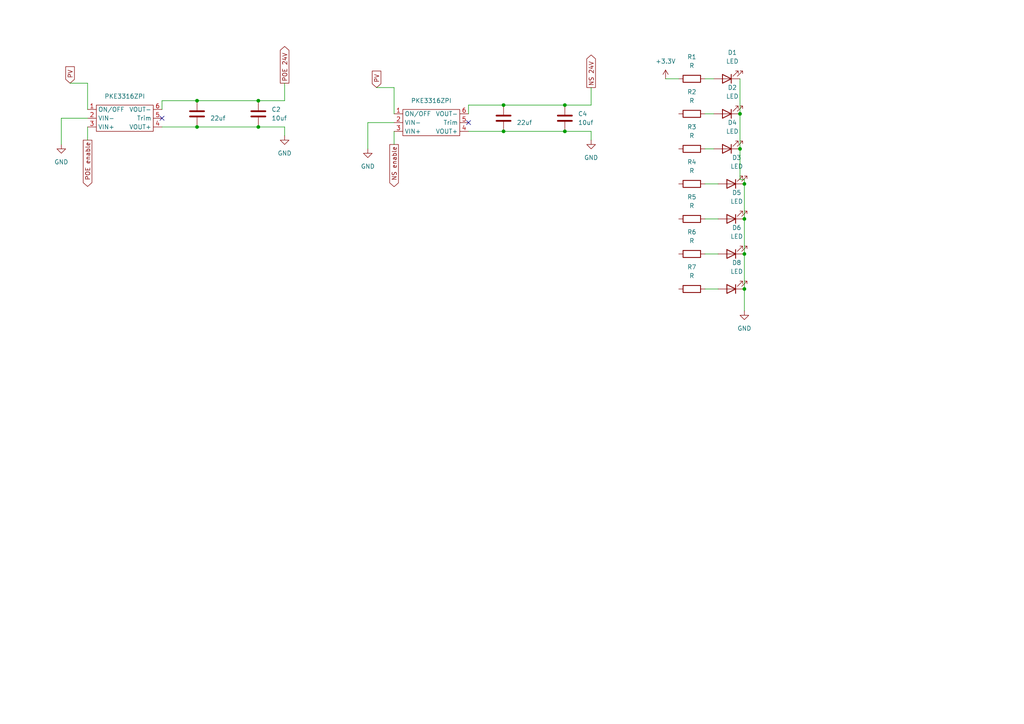
<source format=kicad_sch>
(kicad_sch (version 20231120) (generator "eeschema") (generator_version "8.0")
  (paper "A4")
  (lib_symbols
    (symbol "Device:C" (pin_numbers hide) (pin_names (offset 0.254))
      (property "Reference" "C" (at 0.635 2.54 0))
      (property "Value" "C" (at 0.635 -2.54 0))
      (symbol "C_0_1"
        (polyline (pts (xy -2.032 -0.762) (xy 2.032 -0.762)) (stroke (width 0.508)))
        (polyline (pts (xy -2.032 0.762) (xy 2.032 0.762)) (stroke (width 0.508)))
      )
      (symbol "C_1_1"
        (pin passive line (at 0 3.81 270) (length 2.794) (name "~") (number "1"))
        (pin passive line (at 0 -3.81 90) (length 2.794) (name "~") (number "2"))
      )
    )
    (symbol "Device:LED" (pin_numbers hide) (pin_names (offset 1.016) hide)
      (property "Reference" "D" (at 0 2.54 0))
      (property "Value" "LED" (at 0 -2.54 0))
      (symbol "LED_0_1"
        (polyline (pts (xy -1.27 -1.27) (xy -1.27 1.27)) (stroke (width 0.254)))
        (polyline (pts (xy -1.27 0) (xy 1.27 0)))
        (polyline (pts (xy 1.27 -1.27) (xy 1.27 1.27) (xy -1.27 0) (xy 1.27 -1.27)) (stroke (width 0.254)))
        (polyline (pts (xy -3.048 -0.762) (xy -4.572 -2.286) (xy -3.81 -2.286) (xy -4.572 -2.286) (xy -4.572 -1.524)))
        (polyline (pts (xy -1.778 -0.762) (xy -3.302 -2.286) (xy -2.54 -2.286) (xy -3.302 -2.286) (xy -3.302 -1.524)))
      )
      (symbol "LED_1_1"
        (pin passive line (at -3.81 0 0) (length 2.54) (name "K") (number "1"))
        (pin passive line (at 3.81 0 180) (length 2.54) (name "A") (number "2"))
      )
    )
    (symbol "Device:R" (pin_numbers hide) (pin_names (offset 0))
      (property "Reference" "R" (at 2.032 0 90))
      (property "Value" "R" (at 0 0 90))
      (symbol "R_0_1"
        (rectangle (start -1.016 -2.54) (end 1.016 2.54) (stroke (width 0.254)))
      )
      (symbol "R_1_1"
        (pin passive line (at 0 3.81 270) (length 1.27) (name "~") (number "1"))
        (pin passive line (at 0 -3.81 90) (length 1.27) (name "~") (number "2"))
      )
    )
    (symbol "MRDT_Devices:PKE3316ZPI"
      (property "Value" "PKE3316ZPI" (at 3.81 3.81 0))
      (symbol "PKE3316ZPI_0_1"
        (rectangle (start -2.54 2.54) (end 13.97 -5.08))
      )
      (symbol "PKE3316ZPI_1_1"
        (pin input line (at -5.08 1.27 0) (length 2.54) (name "ON/OFF") (number "1"))
        (pin input line (at -5.08 -1.27 0) (length 2.54) (name "VIN-") (number "2"))
        (pin input line (at -5.08 -3.81 0) (length 2.54) (name "VIN+") (number "3"))
        (pin output line (at 16.51 -3.81 180) (length 2.54) (name "VOUT+") (number "4"))
        (pin input line (at 16.51 -1.27 180) (length 2.54) (name "Trim") (number "5"))
        (pin output line (at 16.51 1.27 180) (length 2.54) (name "VOUT-") (number "6"))
      )
    )
    (symbol "power:+3.3V" (power) (pin_numbers hide) (pin_names (offset 0) hide)
      (property "Value" "+3.3V" (at 0 3.556 0))
      (symbol "+3.3V_0_1"
        (polyline (pts (xy -0.762 1.27) (xy 0 2.54)))
        (polyline (pts (xy 0 0) (xy 0 2.54)))
        (polyline (pts (xy 0 2.54) (xy 0.762 1.27)))
      )
      (symbol "+3.3V_1_1"
        (pin power_in line (at 0 0 90) (length 0) (name "~") (number "1"))
      )
    )
    (symbol "power:GND" (power) (pin_numbers hide) (pin_names (offset 0) hide)
      (property "Value" "GND" (at 0 -3.81 0))
      (symbol "GND_0_1"
        (polyline (pts (xy 0 0) (xy 0 -1.27) (xy 1.27 -1.27) (xy 0 -2.54) (xy -1.27 -1.27) (xy 0 -1.27)))
      )
      (symbol "GND_1_1"
        (pin power_in line (at 0 0 270) (length 0) (name "~") (number "1"))
      )
    )
  )
  (junction (at 163.83 38.1))
  (junction (at 74.93 36.83))
  (junction (at 215.9 73.66))
  (junction (at 215.9 53.34))
  (junction (at 146.05 30.48))
  (junction (at 214.63 43.18))
  (junction (at 163.83 30.48))
  (junction (at 215.9 83.82))
  (junction (at 74.93 29.21))
  (junction (at 215.9 63.5))
  (junction (at 57.15 29.21))
  (junction (at 57.15 36.83))
  (junction (at 214.63 33.02))
  (junction (at 146.05 38.1))
  (no_connect (at 46.99 34.29))
  (no_connect (at 135.89 35.56))
  (wire (pts (xy 109.22 25.4) (xy 114.3 25.4)))
  (wire (pts (xy 17.78 41.91) (xy 17.78 34.29)))
  (wire (pts (xy 214.63 43.18) (xy 214.63 52.07)))
  (wire (pts (xy 208.28 53.34) (xy 204.47 53.34)))
  (wire (pts (xy 46.99 36.83) (xy 57.15 36.83)))
  (wire (pts (xy 215.9 63.5) (xy 215.9 73.66)))
  (wire (pts (xy 214.63 22.86) (xy 214.63 33.02)))
  (wire (pts (xy 207.01 22.86) (xy 204.47 22.86)))
  (wire (pts (xy 57.15 36.83) (xy 74.93 36.83)))
  (wire (pts (xy 215.9 83.82) (xy 215.9 90.17)))
  (wire (pts (xy 146.05 30.48) (xy 163.83 30.48)))
  (wire (pts (xy 163.83 30.48) (xy 171.45 30.48)))
  (wire (pts (xy 146.05 30.48) (xy 135.89 30.48)))
  (wire (pts (xy 114.3 38.1) (xy 114.3 41.91)))
  (wire (pts (xy 74.93 29.21) (xy 82.55 29.21)))
  (wire (pts (xy 135.89 30.48) (xy 135.89 33.02)))
  (wire (pts (xy 171.45 38.1) (xy 163.83 38.1)))
  (wire (pts (xy 82.55 29.21) (xy 82.55 24.13)))
  (wire (pts (xy 171.45 40.64) (xy 171.45 38.1)))
  (wire (pts (xy 57.15 29.21) (xy 46.99 29.21)))
  (wire (pts (xy 46.99 29.21) (xy 46.99 31.75)))
  (wire (pts (xy 214.63 33.02) (xy 214.63 43.18)))
  (wire (pts (xy 215.9 53.34) (xy 215.9 63.5)))
  (wire (pts (xy 82.55 36.83) (xy 74.93 36.83)))
  (wire (pts (xy 20.32 24.13) (xy 25.4 24.13)))
  (wire (pts (xy 207.01 43.18) (xy 204.47 43.18)))
  (wire (pts (xy 207.01 33.02) (xy 204.47 33.02)))
  (wire (pts (xy 215.9 52.07) (xy 215.9 53.34)))
  (wire (pts (xy 82.55 39.37) (xy 82.55 36.83)))
  (wire (pts (xy 114.3 25.4) (xy 114.3 33.02)))
  (wire (pts (xy 17.78 34.29) (xy 25.4 34.29)))
  (wire (pts (xy 214.63 52.07) (xy 215.9 52.07)))
  (wire (pts (xy 25.4 36.83) (xy 25.4 40.64)))
  (wire (pts (xy 106.68 43.18) (xy 106.68 35.56)))
  (wire (pts (xy 208.28 73.66) (xy 204.47 73.66)))
  (wire (pts (xy 171.45 30.48) (xy 171.45 25.4)))
  (wire (pts (xy 106.68 35.56) (xy 114.3 35.56)))
  (wire (pts (xy 215.9 73.66) (xy 215.9 83.82)))
  (wire (pts (xy 196.85 22.86) (xy 193.04 22.86)))
  (wire (pts (xy 208.28 83.82) (xy 204.47 83.82)))
  (wire (pts (xy 146.05 38.1) (xy 163.83 38.1)))
  (wire (pts (xy 25.4 24.13) (xy 25.4 31.75)))
  (wire (pts (xy 57.15 29.21) (xy 74.93 29.21)))
  (wire (pts (xy 208.28 63.5) (xy 204.47 63.5)))
  (wire (pts (xy 135.89 38.1) (xy 146.05 38.1)))
  (global_label "POE 24V" (shape output) (at 82.55 24.13 90) (property "Intersheetrefs" "${INTERSHEET_REFS}" (effects (hide yes))))
  (global_label "POE enable" (shape output) (at 25.4 40.64 270) (property "Intersheetrefs" "${INTERSHEET_REFS}" (effects (hide yes))))
  (global_label "NS enable" (shape output) (at 114.3 41.91 270) (property "Intersheetrefs" "${INTERSHEET_REFS}" (effects (hide yes))))
  (global_label "PV" (shape input) (at 109.22 25.4 90) (property "Intersheetrefs" "${INTERSHEET_REFS}" (effects (hide yes))))
  (global_label "NS 24V" (shape output) (at 171.45 25.4 90) (property "Intersheetrefs" "${INTERSHEET_REFS}" (effects (hide yes))))
  (global_label "PV" (shape input) (at 20.32 24.13 90) (property "Intersheetrefs" "${INTERSHEET_REFS}" (effects (hide yes))))
  (symbol (lib_id "Device:R") (at 200.66 63.5 90) (unit 1)
    (property "Reference" "R5" (at 200.66 57.15 90))
    (property "Value" "R" (at 200.66 59.69 90))
    (property "Description" "Resistor" (effects (hide yes)))
  )
  (symbol (lib_id "Device:C") (at 57.15 33.02 0) (unit 1)
    (property "Reference" "C1" (effects (hide yes)))
    (property "Value" "22uf" (at 60.96 34.2899 0) (effects (justify left)))
    (property "Description" "Unpolarized capacitor" (effects (hide yes)))
  )
  (symbol (lib_id "power:GND") (at 171.45 40.64 0) (unit 1)
    (property "Reference" "#PWR04" (effects (hide yes)))
    (property "Value" "GND" (at 171.45 45.72 0))
    (property "Description" "Power symbol creates a global label with name \"GND\" , ground" (effects (hide yes)))
  )
  (symbol (lib_id "Device:R") (at 200.66 53.34 90) (unit 1)
    (property "Reference" "R4" (at 200.66 46.99 90))
    (property "Value" "R" (at 200.66 49.53 90))
    (property "Description" "Resistor" (effects (hide yes)))
  )
  (symbol (lib_id "Device:C") (at 146.05 34.29 0) (unit 1)
    (property "Reference" "C3" (effects (hide yes)))
    (property "Value" "22uf" (at 149.86 35.5599 0) (effects (justify left)))
    (property "Description" "Unpolarized capacitor" (effects (hide yes)))
  )
  (symbol (lib_id "power:GND") (at 17.78 41.91 0) (unit 1)
    (property "Reference" "#PWR01" (effects (hide yes)))
    (property "Value" "GND" (at 17.78 46.99 0))
    (property "Description" "Power symbol creates a global label with name \"GND\" , ground" (effects (hide yes)))
  )
  (symbol (lib_id "Device:LED") (at 210.82 43.18 180) (unit 1)
    (property "Reference" "D4" (at 212.4075 35.56 0))
    (property "Value" "LED" (at 212.4075 38.1 0))
    (property "Description" "Light emitting diode" (effects (hide yes)))
  )
  (symbol (lib_id "Device:LED") (at 212.09 73.66 180) (unit 1)
    (property "Reference" "D6" (at 213.6775 66.04 0))
    (property "Value" "LED" (at 213.6775 68.58 0))
    (property "Description" "Light emitting diode" (effects (hide yes)))
  )
  (symbol (lib_id "power:GND") (at 106.68 43.18 0) (unit 1)
    (property "Reference" "#PWR03" (effects (hide yes)))
    (property "Value" "GND" (at 106.68 48.26 0))
    (property "Description" "Power symbol creates a global label with name \"GND\" , ground" (effects (hide yes)))
  )
  (symbol (lib_id "MRDT_Devices:PKE3316ZPI") (at 30.48 33.02 0) (unit 1)
    (property "Reference" "U1" (effects (hide yes)))
    (property "Value" "PKE3316ZPI" (at 36.195 27.94 0))
    (property "Datasheet" "https://flexpowermodules.com/resources/fpm-techspec-pke3000" (effects (hide yes)))
  )
  (symbol (lib_id "Device:C") (at 74.93 33.02 0) (unit 1)
    (property "Reference" "C2" (at 78.74 31.7499 0) (effects (justify left)))
    (property "Value" "10uf" (at 78.74 34.2899 0) (effects (justify left)))
    (property "Description" "Unpolarized capacitor" (effects (hide yes)))
  )
  (symbol (lib_id "Device:R") (at 200.66 83.82 90) (unit 1)
    (property "Reference" "R7" (at 200.66 77.47 90))
    (property "Value" "R" (at 200.66 80.01 90))
    (property "Description" "Resistor" (effects (hide yes)))
  )
  (symbol (lib_id "power:GND") (at 82.55 39.37 0) (unit 1)
    (property "Reference" "#PWR02" (effects (hide yes)))
    (property "Value" "GND" (at 82.55 44.45 0))
    (property "Description" "Power symbol creates a global label with name \"GND\" , ground" (effects (hide yes)))
  )
  (symbol (lib_id "Device:LED") (at 212.09 83.82 180) (unit 1)
    (property "Reference" "D8" (at 213.6775 76.2 0))
    (property "Value" "LED" (at 213.6775 78.74 0))
    (property "Description" "Light emitting diode" (effects (hide yes)))
  )
  (symbol (lib_id "Device:R") (at 200.66 43.18 90) (unit 1)
    (property "Reference" "R3" (at 200.66 36.83 90))
    (property "Value" "R" (at 200.66 39.37 90))
    (property "Description" "Resistor" (effects (hide yes)))
  )
  (symbol (lib_id "Device:R") (at 200.66 73.66 90) (unit 1)
    (property "Reference" "R6" (at 200.66 67.31 90))
    (property "Value" "R" (at 200.66 69.85 90))
    (property "Description" "Resistor" (effects (hide yes)))
  )
  (symbol (lib_id "Device:R") (at 200.66 33.02 90) (unit 1)
    (property "Reference" "R2" (at 200.66 26.67 90))
    (property "Value" "R" (at 200.66 29.21 90))
    (property "Description" "Resistor" (effects (hide yes)))
  )
  (symbol (lib_id "power:+3.3V") (at 193.04 22.86 0) (unit 1)
    (property "Reference" "#PWR05" (effects (hide yes)))
    (property "Value" "+3.3V" (at 193.04 17.78 0))
    (property "Description" "Power symbol creates a global label with name \"+3.3V\"" (effects (hide yes)))
  )
  (symbol (lib_id "Device:C") (at 163.83 34.29 0) (unit 1)
    (property "Reference" "C4" (at 167.64 33.0199 0) (effects (justify left)))
    (property "Value" "10uf" (at 167.64 35.5599 0) (effects (justify left)))
    (property "Description" "Unpolarized capacitor" (effects (hide yes)))
  )
  (symbol (lib_id "Device:LED") (at 210.82 22.86 180) (unit 1)
    (property "Reference" "D1" (at 212.4075 15.24 0))
    (property "Value" "LED" (at 212.4075 17.78 0))
    (property "Description" "Light emitting diode" (effects (hide yes)))
  )
  (symbol (lib_id "power:GND") (at 215.9 90.17 0) (unit 1)
    (property "Reference" "#PWR06" (effects (hide yes)))
    (property "Value" "GND" (at 215.9 95.25 0))
    (property "Description" "Power symbol creates a global label with name \"GND\" , ground" (effects (hide yes)))
  )
  (symbol (lib_id "Device:LED") (at 210.82 33.02 180) (unit 1)
    (property "Reference" "D2" (at 212.4075 25.4 0))
    (property "Value" "LED" (at 212.4075 27.94 0))
    (property "Description" "Light emitting diode" (effects (hide yes)))
  )
  (symbol (lib_id "Device:LED") (at 212.09 63.5 180) (unit 1)
    (property "Reference" "D5" (at 213.6775 55.88 0))
    (property "Value" "LED" (at 213.6775 58.42 0))
    (property "Description" "Light emitting diode" (effects (hide yes)))
  )
  (symbol (lib_id "Device:R") (at 200.66 22.86 90) (unit 1)
    (property "Reference" "R1" (at 200.66 16.51 90))
    (property "Value" "R" (at 200.66 19.05 90))
    (property "Description" "Resistor" (effects (hide yes)))
  )
  (symbol (lib_id "MRDT_Devices:PKE3316ZPI") (at 119.38 34.29 0) (unit 1)
    (property "Reference" "U2" (effects (hide yes)))
    (property "Value" "PKE3316ZPI" (at 125.095 29.21 0))
    (property "Datasheet" "https://flexpowermodules.com/resources/fpm-techspec-pke3000" (effects (hide yes)))
  )
  (symbol (lib_id "Device:LED") (at 212.09 53.34 180) (unit 1)
    (property "Reference" "D3" (at 213.6775 45.72 0))
    (property "Value" "LED" (at 213.6775 48.26 0))
    (property "Description" "Light emitting diode" (effects (hide yes)))
  )
)
</source>
